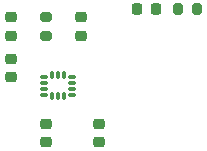
<source format=gbr>
%TF.GenerationSoftware,KiCad,Pcbnew,8.0.4-8.0.4-0~ubuntu20.04.1*%
%TF.CreationDate,2024-08-15T08:25:23-05:00*%
%TF.ProjectId,STImu,5354496d-752e-46b6-9963-61645f706362,rev?*%
%TF.SameCoordinates,Original*%
%TF.FileFunction,Paste,Top*%
%TF.FilePolarity,Positive*%
%FSLAX46Y46*%
G04 Gerber Fmt 4.6, Leading zero omitted, Abs format (unit mm)*
G04 Created by KiCad (PCBNEW 8.0.4-8.0.4-0~ubuntu20.04.1) date 2024-08-15 08:25:23*
%MOMM*%
%LPD*%
G01*
G04 APERTURE LIST*
G04 Aperture macros list*
%AMRoundRect*
0 Rectangle with rounded corners*
0 $1 Rounding radius*
0 $2 $3 $4 $5 $6 $7 $8 $9 X,Y pos of 4 corners*
0 Add a 4 corners polygon primitive as box body*
4,1,4,$2,$3,$4,$5,$6,$7,$8,$9,$2,$3,0*
0 Add four circle primitives for the rounded corners*
1,1,$1+$1,$2,$3*
1,1,$1+$1,$4,$5*
1,1,$1+$1,$6,$7*
1,1,$1+$1,$8,$9*
0 Add four rect primitives between the rounded corners*
20,1,$1+$1,$2,$3,$4,$5,0*
20,1,$1+$1,$4,$5,$6,$7,0*
20,1,$1+$1,$6,$7,$8,$9,0*
20,1,$1+$1,$8,$9,$2,$3,0*%
G04 Aperture macros list end*
%ADD10RoundRect,0.218750X-0.256250X0.218750X-0.256250X-0.218750X0.256250X-0.218750X0.256250X0.218750X0*%
%ADD11RoundRect,0.200000X-0.200000X-0.275000X0.200000X-0.275000X0.200000X0.275000X-0.200000X0.275000X0*%
%ADD12RoundRect,0.218750X0.218750X0.256250X-0.218750X0.256250X-0.218750X-0.256250X0.218750X-0.256250X0*%
%ADD13RoundRect,0.225000X-0.250000X0.225000X-0.250000X-0.225000X0.250000X-0.225000X0.250000X0.225000X0*%
%ADD14RoundRect,0.200000X-0.275000X0.200000X-0.275000X-0.200000X0.275000X-0.200000X0.275000X0.200000X0*%
%ADD15RoundRect,0.087500X-0.225000X-0.087500X0.225000X-0.087500X0.225000X0.087500X-0.225000X0.087500X0*%
%ADD16RoundRect,0.087500X-0.087500X-0.225000X0.087500X-0.225000X0.087500X0.225000X-0.087500X0.225000X0*%
G04 APERTURE END LIST*
D10*
%TO.C,R4*%
X154000000Y-98212500D03*
X154000000Y-99787500D03*
%TD*%
%TO.C,R1*%
X160000000Y-94712500D03*
X160000000Y-96287500D03*
%TD*%
D11*
%TO.C,R3*%
X168175000Y-94000000D03*
X169825000Y-94000000D03*
%TD*%
D12*
%TO.C,D1*%
X166287500Y-94000000D03*
X164712500Y-94000000D03*
%TD*%
D13*
%TO.C,C2*%
X161500000Y-103725000D03*
X161500000Y-105275000D03*
%TD*%
D14*
%TO.C,R2*%
X157000000Y-94675000D03*
X157000000Y-96325000D03*
%TD*%
D10*
%TO.C,R5*%
X154000000Y-94712500D03*
X154000000Y-96287500D03*
%TD*%
D13*
%TO.C,C1*%
X157000000Y-103725000D03*
X157000000Y-105275000D03*
%TD*%
D15*
%TO.C,U1*%
X156837500Y-99750000D03*
X156837500Y-100250000D03*
X156837500Y-100750000D03*
X156837500Y-101250000D03*
D16*
X157500000Y-101412500D03*
X158000000Y-101412500D03*
X158500000Y-101412500D03*
D15*
X159162500Y-101250000D03*
X159162500Y-100750000D03*
X159162500Y-100250000D03*
X159162500Y-99750000D03*
D16*
X158500000Y-99587500D03*
X158000000Y-99587500D03*
X157500000Y-99587500D03*
%TD*%
M02*

</source>
